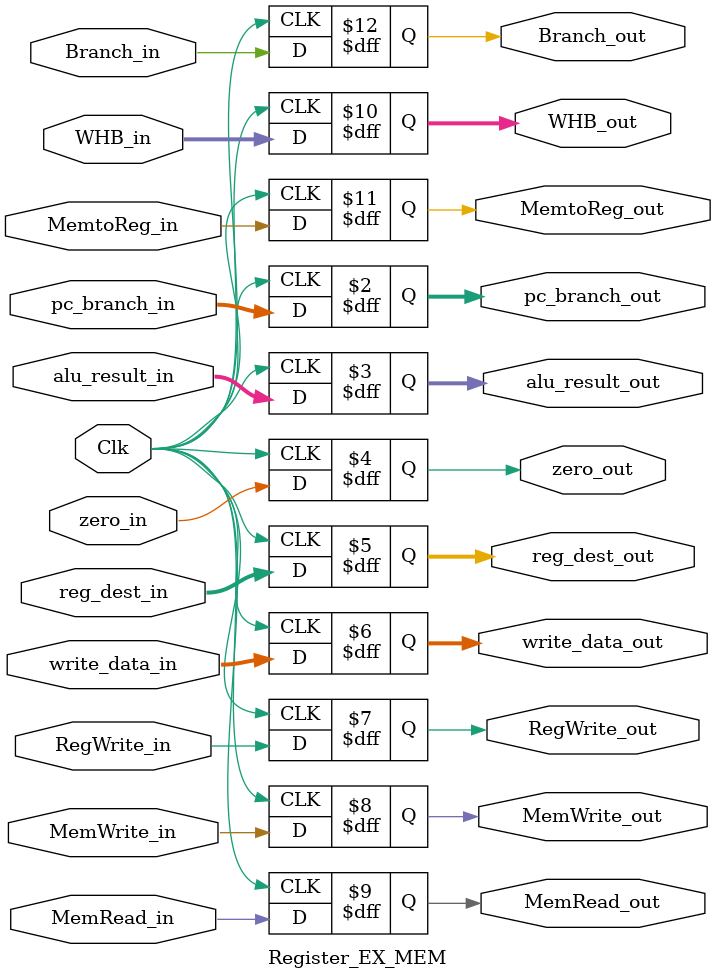
<source format=v>
`timescale 1ns / 1ps


module Register_EX_MEM(
    // clock input
    input Clk,
    
    // input signals
    input [31:0] pc_branch_in,
    input [31:0] alu_result_in,
    input zero_in,
    input [4:0] reg_dest_in,
    input [31:0] write_data_in,
    
    // output signals
    output reg [31:0] pc_branch_out,
    output reg [31:0] alu_result_out,
    output reg zero_out,
    output reg [4:0] reg_dest_out,
    output reg [31:0] write_data_out,
    
    // control signals
    // inputs
    input RegWrite_in,
    input MemWrite_in,
    input MemRead_in,
    input [1:0] WHB_in,
    input MemtoReg_in,
    input Branch_in,
    
    // outputs
    output reg RegWrite_out,
    output reg MemWrite_out,
    output reg MemRead_out,
    output reg [1:0] WHB_out,
    output reg MemtoReg_out,
    output reg Branch_out
    );
    
    always @(posedge Clk) begin
        pc_branch_out <= pc_branch_in;
        alu_result_out <= alu_result_in;
        zero_out <= zero_in;
        reg_dest_out <= reg_dest_in;
        write_data_out <= write_data_in;
        
        // control signals
        RegWrite_out <= RegWrite_in;
        MemWrite_out <= MemWrite_in;
        MemRead_out <= MemRead_in;
        WHB_out <= WHB_in;
        MemtoReg_out <= MemtoReg_in;
        Branch_out <= Branch_in;
    end
    
endmodule

</source>
